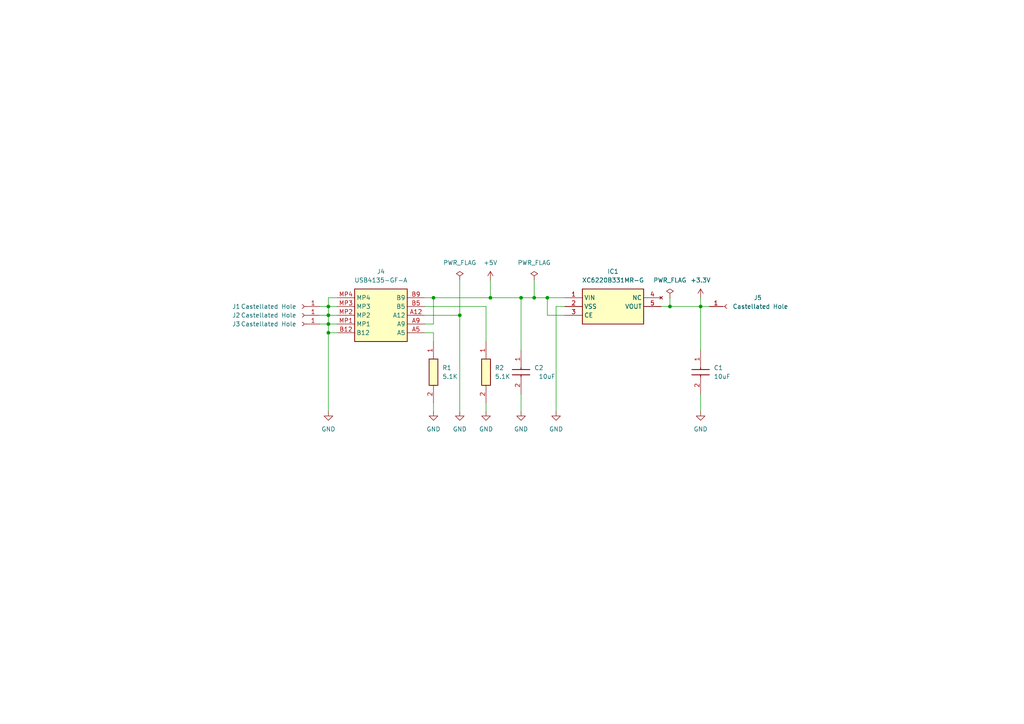
<source format=kicad_sch>
(kicad_sch (version 20230121) (generator eeschema)
  (paper "A4")
  (title_block (title "Egg_LDO_500") (date "2024-01-17") (rev "1.0.0") (company "github.com/plaenkler"))
  (lib_symbols
    (symbol "Connector:Conn_01x01_Socket" (pin_names (offset 1.016) hide)
      (property "Reference" "J" (at 0 2.54 0))
      (property "Value" "Conn_01x01_Socket" (at 0 -2.54 0))
      (symbol "Conn_01x01_Socket_1_1"
        (polyline (pts (xy -1.27 0) (xy -0.508 0)) (stroke (width 0.1524)))
        (arc (start 0 0.508) (mid -0.5058 0) (end 0 -0.508) (stroke (width 0.1524)))
        (pin passive line (at -5.08 0 0) (length 3.81) (name "Pin_1") (number "1"))
      )
    )
    (symbol "SamacSys_Parts:C0603C106M8PAC7411" (pin_names hide)
      (property "Reference" "C" (at 8.89 6.35 0))
      (property "Value" "C0603C106M8PAC7411" (at 8.89 3.81 0))
      (symbol "C0603C106M8PAC7411_1_1"
        (polyline (pts (xy 5.08 0) (xy 5.588 0)) (stroke (width 0.254)))
        (polyline (pts (xy 5.588 2.54) (xy 5.588 -2.54)) (stroke (width 0.254)))
        (polyline (pts (xy 7.112 0) (xy 7.62 0)) (stroke (width 0.254)))
        (polyline (pts (xy 7.112 2.54) (xy 7.112 -2.54)) (stroke (width 0.254)))
        (pin passive line (at 0 0 0) (length 5.08) (name "1") (number "1"))
        (pin passive line (at 12.7 0 180) (length 5.08) (name "2") (number "2"))
      )
    )
    (symbol "SamacSys_Parts:ERJ-UP3J512V" (pin_names hide)
      (property "Reference" "R" (at 13.97 6.35 0))
      (property "Value" "ERJ-UP3J512V" (at 13.97 3.81 0))
      (symbol "ERJ-UP3J512V_1_1"
        (rectangle (start 5.08 1.27) (end 12.7 -1.27) (stroke (width 0.254)) (fill (type background)))
        (pin passive line (at 0 0 0) (length 5.08) (name "1") (number "1"))
        (pin passive line (at 17.78 0 180) (length 5.08) (name "2") (number "2"))
      )
    )
    (symbol "SamacSys_Parts:USB4135-GF-A"
      (property "Reference" "J" (at 21.59 7.62 0))
      (property "Value" "USB4135-GF-A" (at 21.59 5.08 0))
      (symbol "USB4135-GF-A_1_1"
        (rectangle (start 5.08 2.54) (end 20.32 -12.7) (stroke (width 0.254)) (fill (type background)))
        (pin passive line (at 0 -5.08 0) (length 5.08) (name "A12") (number "A12"))
        (pin passive line (at 0 0 0) (length 5.08) (name "A5") (number "A5"))
        (pin passive line (at 0 -2.54 0) (length 5.08) (name "A9") (number "A9"))
        (pin passive line (at 25.4 0 180) (length 5.08) (name "B12") (number "B12"))
        (pin passive line (at 0 -7.62 0) (length 5.08) (name "B5") (number "B5"))
        (pin passive line (at 0 -10.16 0) (length 5.08) (name "B9") (number "B9"))
        (pin passive line (at 25.4 -2.54 180) (length 5.08) (name "MP1") (number "MP1"))
        (pin passive line (at 25.4 -5.08 180) (length 5.08) (name "MP2") (number "MP2"))
        (pin passive line (at 25.4 -7.62 180) (length 5.08) (name "MP3") (number "MP3"))
        (pin passive line (at 25.4 -10.16 180) (length 5.08) (name "MP4") (number "MP4"))
      )
    )
    (symbol "SamacSys_Parts:XC6220B331MR-G"
      (property "Reference" "IC" (at 24.13 7.62 0))
      (property "Value" "XC6220B331MR-G" (at 24.13 5.08 0))
      (symbol "XC6220B331MR-G_1_1"
        (rectangle (start 5.08 2.54) (end 22.86 -7.62) (stroke (width 0.254)) (fill (type background)))
        (pin passive line (at 0 0 0) (length 5.08) (name "VIN") (number "1"))
        (pin passive line (at 0 -2.54 0) (length 5.08) (name "VSS") (number "2"))
        (pin passive line (at 0 -5.08 0) (length 5.08) (name "CE") (number "3"))
        (pin no_connect line (at 27.94 0 180) (length 5.08) (name "NC") (number "4"))
        (pin passive line (at 27.94 -2.54 180) (length 5.08) (name "VOUT") (number "5"))
      )
    )
    (symbol "power:+3.3V" (power) (pin_names (offset 0))
      (property "Value" "+3.3V" (at 0 3.556 0))
      (symbol "+3.3V_0_1"
        (polyline (pts (xy -0.762 1.27) (xy 0 2.54)))
        (polyline (pts (xy 0 0) (xy 0 2.54)))
        (polyline (pts (xy 0 2.54) (xy 0.762 1.27)))
      )
      (symbol "+3.3V_1_1"
        (pin power_in line (at 0 0 90) (length 0) hide (name "+3.3V") (number "1"))
      )
    )
    (symbol "power:+5V" (power) (pin_names (offset 0))
      (property "Value" "+5V" (at 0 3.556 0))
      (symbol "+5V_0_1"
        (polyline (pts (xy -0.762 1.27) (xy 0 2.54)))
        (polyline (pts (xy 0 0) (xy 0 2.54)))
        (polyline (pts (xy 0 2.54) (xy 0.762 1.27)))
      )
      (symbol "+5V_1_1"
        (pin power_in line (at 0 0 90) (length 0) hide (name "+5V") (number "1"))
      )
    )
    (symbol "power:GND" (power) (pin_names (offset 0))
      (property "Value" "GND" (at 0 -3.81 0))
      (symbol "GND_0_1"
        (polyline (pts (xy 0 0) (xy 0 -1.27) (xy 1.27 -1.27) (xy 0 -2.54) (xy -1.27 -1.27) (xy 0 -1.27)))
      )
      (symbol "GND_1_1"
        (pin power_in line (at 0 0 270) (length 0) hide (name "GND") (number "1"))
      )
    )
    (symbol "power:PWR_FLAG" (power) (pin_numbers hide) (pin_names (offset 0) hide)
      (property "Value" "PWR_FLAG" (at 0 3.81 0))
      (symbol "PWR_FLAG_0_0"
        (pin power_out line (at 0 0 90) (length 0) (name "pwr") (number "1"))
      )
      (symbol "PWR_FLAG_0_1"
        (polyline (pts (xy 0 0) (xy 0 1.27) (xy -1.016 1.905) (xy 0 2.54) (xy 1.016 1.905) (xy 0 1.27)))
      )
    )
  )
  (junction (at 151.13 86.36))
  (junction (at 95.25 88.9))
  (junction (at 142.24 86.36))
  (junction (at 203.2 88.9))
  (junction (at 95.25 93.98))
  (junction (at 158.75 86.36))
  (junction (at 154.94 86.36))
  (junction (at 125.73 86.36))
  (junction (at 95.25 91.44))
  (junction (at 194.31 88.9))
  (junction (at 95.25 96.52))
  (junction (at 133.35 91.44))
  (wire (pts (xy 151.13 86.36) (xy 154.94 86.36)))
  (wire (pts (xy 125.73 86.36) (xy 142.24 86.36)))
  (wire (pts (xy 154.94 81.28) (xy 154.94 86.36)))
  (wire (pts (xy 95.25 93.98) (xy 97.79 93.98)))
  (wire (pts (xy 92.71 93.98) (xy 95.25 93.98)))
  (wire (pts (xy 194.31 88.9) (xy 203.2 88.9)))
  (wire (pts (xy 163.83 91.44) (xy 158.75 91.44)))
  (wire (pts (xy 123.19 96.52) (xy 125.73 96.52)))
  (wire (pts (xy 123.19 88.9) (xy 140.97 88.9)))
  (wire (pts (xy 123.19 91.44) (xy 133.35 91.44)))
  (wire (pts (xy 203.2 86.36) (xy 203.2 88.9)))
  (wire (pts (xy 95.25 91.44) (xy 95.25 93.98)))
  (wire (pts (xy 95.25 91.44) (xy 97.79 91.44)))
  (wire (pts (xy 123.19 86.36) (xy 125.73 86.36)))
  (wire (pts (xy 191.77 88.9) (xy 194.31 88.9)))
  (wire (pts (xy 163.83 88.9) (xy 161.29 88.9)))
  (wire (pts (xy 92.71 88.9) (xy 95.25 88.9)))
  (wire (pts (xy 133.35 91.44) (xy 133.35 119.38)))
  (wire (pts (xy 95.25 93.98) (xy 95.25 96.52)))
  (wire (pts (xy 95.25 88.9) (xy 97.79 88.9)))
  (wire (pts (xy 95.25 96.52) (xy 97.79 96.52)))
  (wire (pts (xy 203.2 88.9) (xy 203.2 101.6)))
  (wire (pts (xy 133.35 81.28) (xy 133.35 91.44)))
  (wire (pts (xy 95.25 96.52) (xy 95.25 119.38)))
  (wire (pts (xy 161.29 88.9) (xy 161.29 119.38)))
  (wire (pts (xy 125.73 96.52) (xy 125.73 99.06)))
  (wire (pts (xy 158.75 86.36) (xy 163.83 86.36)))
  (wire (pts (xy 154.94 86.36) (xy 158.75 86.36)))
  (wire (pts (xy 92.71 91.44) (xy 95.25 91.44)))
  (wire (pts (xy 125.73 116.84) (xy 125.73 119.38)))
  (wire (pts (xy 151.13 86.36) (xy 151.13 101.6)))
  (wire (pts (xy 123.19 93.98) (xy 125.73 93.98)))
  (wire (pts (xy 151.13 114.3) (xy 151.13 119.38)))
  (wire (pts (xy 203.2 114.3) (xy 203.2 119.38)))
  (wire (pts (xy 203.2 88.9) (xy 205.74 88.9)))
  (wire (pts (xy 142.24 86.36) (xy 151.13 86.36)))
  (wire (pts (xy 125.73 86.36) (xy 125.73 93.98)))
  (wire (pts (xy 140.97 116.84) (xy 140.97 119.38)))
  (wire (pts (xy 95.25 88.9) (xy 95.25 91.44)))
  (wire (pts (xy 158.75 91.44) (xy 158.75 86.36)))
  (wire (pts (xy 142.24 81.28) (xy 142.24 86.36)))
  (wire (pts (xy 95.25 86.36) (xy 95.25 88.9)))
  (wire (pts (xy 194.31 86.36) (xy 194.31 88.9)))
  (wire (pts (xy 97.79 86.36) (xy 95.25 86.36)))
  (wire (pts (xy 140.97 88.9) (xy 140.97 99.06)))
  (symbol (lib_id "power:GND") (at 125.73 119.38 0) (unit 1)
    (property "Reference" "#PWR08" (effects hide))
    (property "Value" "GND" (at 125.73 124.46 0))
  )
  (symbol (lib_id "power:GND") (at 133.35 119.38 0) (unit 1)
    (property "Reference" "#PWR07" (effects hide))
    (property "Value" "GND" (at 133.35 124.46 0))
  )
  (symbol (lib_id "power:PWR_FLAG") (at 194.31 86.36 0) (unit 1)
    (property "Reference" "#FLG02" (effects hide))
    (property "Value" "PWR_FLAG" (at 194.31 81.28 0))
  )
  (symbol (lib_id "power:GND") (at 140.97 119.38 0) (unit 1)
    (property "Reference" "#PWR09" (effects hide))
    (property "Value" "GND" (at 140.97 124.46 0))
  )
  (symbol (lib_id "SamacSys_Parts:C0603C106M8PAC7411") (at 203.2 101.6 270) (unit 1)
    (property "Reference" "C1" (at 207.01 106.68 90) (effects (justify left)))
    (property "Value" "10uF" (at 207.01 109.22 90) (effects (justify left)))
    (property "Footprint" "C0603" (effects hide))
    (property "Datasheet" "https://content.kemet.com/datasheets/KEM_C1006_X5R_SMD.pdf" (effects hide))
    (property "Height" "0.87" (effects hide))
    (property "Mouser Part Number" "80-C0603C106M8PLR" (effects hide))
    (property "Mouser Price/Stock" "https://www.mouser.co.uk/ProductDetail/KEMET/C0603C106M8PAC7411?qs=u4fy%2FsgLU9O92fkz0XEZeg%3D%3D" (effects hide))
    (property "Manufacturer_Name" "KEMET" (effects hide))
    (property "Manufacturer_Part_Number" "C0603C106M8PAC7411" (effects hide))
  )
  (symbol (lib_id "power:+3.3V") (at 203.2 86.36 0) (unit 1)
    (property "Reference" "#PWR05" (effects hide))
    (property "Value" "+3.3V" (at 203.2 81.28 0))
  )
  (symbol (lib_id "SamacSys_Parts:XC6220B331MR-G") (at 163.83 86.36 0) (unit 1)
    (property "Reference" "IC1" (at 177.8 78.74 0))
    (property "Value" "XC6220B331MR-G" (at 177.8 81.28 0))
    (property "Footprint" "SOT95P280X130-5N" (effects hide))
    (property "Datasheet" "https://www.torexsemi.com/file/xc6220/XC6220.pdf" (effects hide))
    (property "Height" "1.3" (effects hide))
    (property "Mouser Part Number" "865-XC6220B331MR-G" (effects hide))
    (property "Mouser Price/Stock" "https://www.mouser.co.uk/ProductDetail/Torex-Semiconductor/XC6220B331MR-G?qs=AsjdqWjXhJ8lRh0WBUyqoQ%3D%3D" (effects hide))
    (property "Manufacturer_Name" "Torex" (effects hide))
    (property "Manufacturer_Part_Number" "XC6220B331MR-G" (effects hide))
  )
  (symbol (lib_id "power:PWR_FLAG") (at 154.94 81.28 0) (unit 1)
    (property "Reference" "#FLG01" (effects hide))
    (property "Value" "PWR_FLAG" (at 154.94 76.2 0))
  )
  (symbol (lib_id "SamacSys_Parts:ERJ-UP3J512V") (at 140.97 99.06 270) (unit 1)
    (property "Reference" "R2" (at 143.51 106.68 90) (effects (justify left)))
    (property "Value" "5.1K" (at 143.51 109.22 90) (effects (justify left)))
    (property "Footprint" "ERJUP3" (effects hide))
    (property "Datasheet" "https://industrial.panasonic.com/cdbs/www-data/pdf/RDP0000/AOA0000C337.pdf" (effects hide))
    (property "Height" "0.55" (effects hide))
    (property "Mouser Part Number" "667-ERJ-UP3J512V" (effects hide))
    (property "Mouser Price/Stock" "https://www.mouser.co.uk/ProductDetail/Panasonic/ERJ-UP3J512V?qs=GedFDFLaBXHjTKcVkCAP1g%3D%3D" (effects hide))
    (property "Manufacturer_Name" "Panasonic" (effects hide))
    (property "Manufacturer_Part_Number" "ERJ-UP3J512V" (effects hide))
  )
  (symbol (lib_id "power:GND") (at 203.2 119.38 0) (unit 1)
    (property "Reference" "#PWR04" (effects hide))
    (property "Value" "GND" (at 203.2 124.46 0))
  )
  (symbol (lib_id "SamacSys_Parts:C0603C106M8PAC7411") (at 151.13 101.6 270) (unit 1)
    (property "Reference" "C2" (at 154.94 106.68 90) (effects (justify left)))
    (property "Value" "10uF" (at 156.21 109.22 90) (effects (justify left)))
    (property "Footprint" "C0603" (effects hide))
    (property "Datasheet" "https://content.kemet.com/datasheets/KEM_C1006_X5R_SMD.pdf" (effects hide))
    (property "Height" "0.87" (effects hide))
    (property "Mouser Part Number" "80-C0603C106M8PLR" (effects hide))
    (property "Mouser Price/Stock" "https://www.mouser.co.uk/ProductDetail/KEMET/C0603C106M8PAC7411?qs=u4fy%2FsgLU9O92fkz0XEZeg%3D%3D" (effects hide))
    (property "Manufacturer_Name" "KEMET" (effects hide))
    (property "Manufacturer_Part_Number" "C0603C106M8PAC7411" (effects hide))
  )
  (symbol (lib_id "power:GND") (at 161.29 119.38 0) (unit 1)
    (property "Reference" "#PWR03" (effects hide))
    (property "Value" "GND" (at 161.29 124.46 0))
  )
  (symbol (lib_id "power:GND") (at 151.13 119.38 0) (unit 1)
    (property "Reference" "#PWR02" (effects hide))
    (property "Value" "GND" (at 151.13 124.46 0))
  )
  (symbol (lib_id "power:+5V") (at 142.24 81.28 0) (unit 1)
    (property "Reference" "#PWR01" (effects hide))
    (property "Value" "+5V" (at 142.24 76.2 0))
  )
  (symbol (lib_id "SamacSys_Parts:ERJ-UP3J512V") (at 125.73 99.06 270) (unit 1)
    (property "Reference" "R1" (at 128.27 106.68 90) (effects (justify left)))
    (property "Value" "5.1K" (at 128.27 109.22 90) (effects (justify left)))
    (property "Footprint" "ERJUP3" (effects hide))
    (property "Datasheet" "https://industrial.panasonic.com/cdbs/www-data/pdf/RDP0000/AOA0000C337.pdf" (effects hide))
    (property "Height" "0.55" (effects hide))
    (property "Mouser Part Number" "667-ERJ-UP3J512V" (effects hide))
    (property "Mouser Price/Stock" "https://www.mouser.co.uk/ProductDetail/Panasonic/ERJ-UP3J512V?qs=GedFDFLaBXHjTKcVkCAP1g%3D%3D" (effects hide))
    (property "Manufacturer_Name" "Panasonic" (effects hide))
    (property "Manufacturer_Part_Number" "ERJ-UP3J512V" (effects hide))
  )
  (symbol (lib_id "SamacSys_Parts:USB4135-GF-A") (at 123.19 96.52 180) (unit 1)
    (property "Reference" "J4" (at 110.49 78.74 0))
    (property "Value" "USB4135-GF-A" (at 110.49 81.28 0))
    (property "Footprint" "USB4135GFA" (effects hide))
    (property "Height" "3.5" (effects hide))
    (property "Mouser Part Number" "640-USB4135-GF-A" (effects hide))
    (property "Mouser Price/Stock" "https://www.mouser.co.uk/ProductDetail/GCT/USB4135-GF-A?qs=Li%252BoUPsLEnt6HRo6RUvaXA%3D%3D" (effects hide))
    (property "Manufacturer_Name" "GCT (GLOBAL CONNECTOR TECHNOLOGY)" (effects hide))
    (property "Manufacturer_Part_Number" "USB4135-GF-A" (effects hide))
  )
  (symbol (lib_id "Connector:Conn_01x01_Socket") (at 210.82 88.9 0) (unit 1)
    (property "Reference" "J5" (at 220.98 86.36 0) (effects (justify right)))
    (property "Value" "Castellated Hole" (at 228.6 88.9 0) (effects (justify right)))
    (property "Footprint" "Connector_PinHeader_2.54mm:PinHeader_1x01_P2.54mm_Vertical" (effects hide))
  )
  (symbol (lib_id "power:PWR_FLAG") (at 133.35 81.28 0) (unit 1)
    (property "Reference" "#FLG03" (effects hide))
    (property "Value" "PWR_FLAG" (at 133.35 76.2 0))
  )
  (symbol (lib_id "Connector:Conn_01x01_Socket") (at 87.63 88.9 180) (unit 1)
    (property "Reference" "J1" (at 67.31 88.9 0) (effects (justify right)))
    (property "Value" "Castellated Hole" (at 69.85 88.9 0) (effects (justify right)))
    (property "Footprint" "Connector_PinHeader_2.54mm:PinHeader_1x01_P2.54mm_Vertical" (effects hide))
  )
  (symbol (lib_id "Connector:Conn_01x01_Socket") (at 87.63 91.44 180) (unit 1)
    (property "Reference" "J2" (at 67.31 91.44 0) (effects (justify right)))
    (property "Value" "Castellated Hole" (at 69.85 91.44 0) (effects (justify right)))
    (property "Footprint" "Connector_PinHeader_2.54mm:PinHeader_1x01_P2.54mm_Vertical" (effects hide))
  )
  (symbol (lib_id "power:GND") (at 95.25 119.38 0) (unit 1)
    (property "Reference" "#PWR06" (effects hide))
    (property "Value" "GND" (at 95.25 124.46 0))
  )
  (symbol (lib_id "Connector:Conn_01x01_Socket") (at 87.63 93.98 180) (unit 1)
    (property "Reference" "J3" (at 67.31 93.98 0) (effects (justify right)))
    (property "Value" "Castellated Hole" (at 69.85 93.98 0) (effects (justify right)))
    (property "Footprint" "Connector_PinHeader_2.54mm:PinHeader_1x01_P2.54mm_Vertical" (effects hide))
  )
)
</source>
